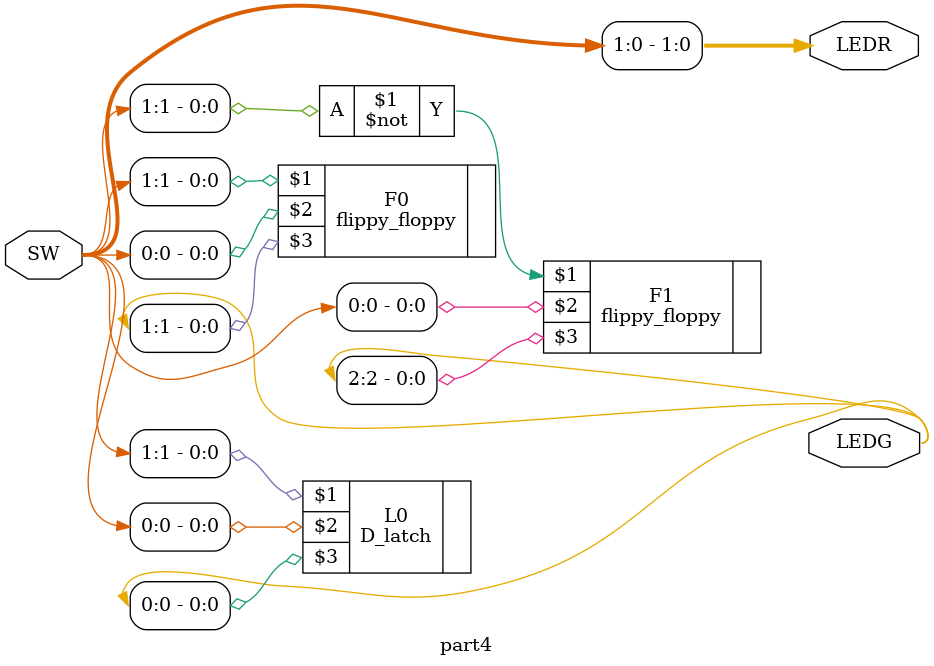
<source format=v>
module part4 (SW, LEDR, LEDG);

	input [1:0] SW;
	output [17:0] LEDR, LEDG;
	
	assign LEDR[1:0] = SW[1:0];
	
	wire Q;
	
	D_latch L0 (SW[1], SW[0], LEDG[0]);
	flippy_floppy F0 (SW[1], SW[0], LEDG[1]);
	flippy_floppy F1 (~SW[1], SW[0], LEDG[2]);
	
endmodule 
</source>
